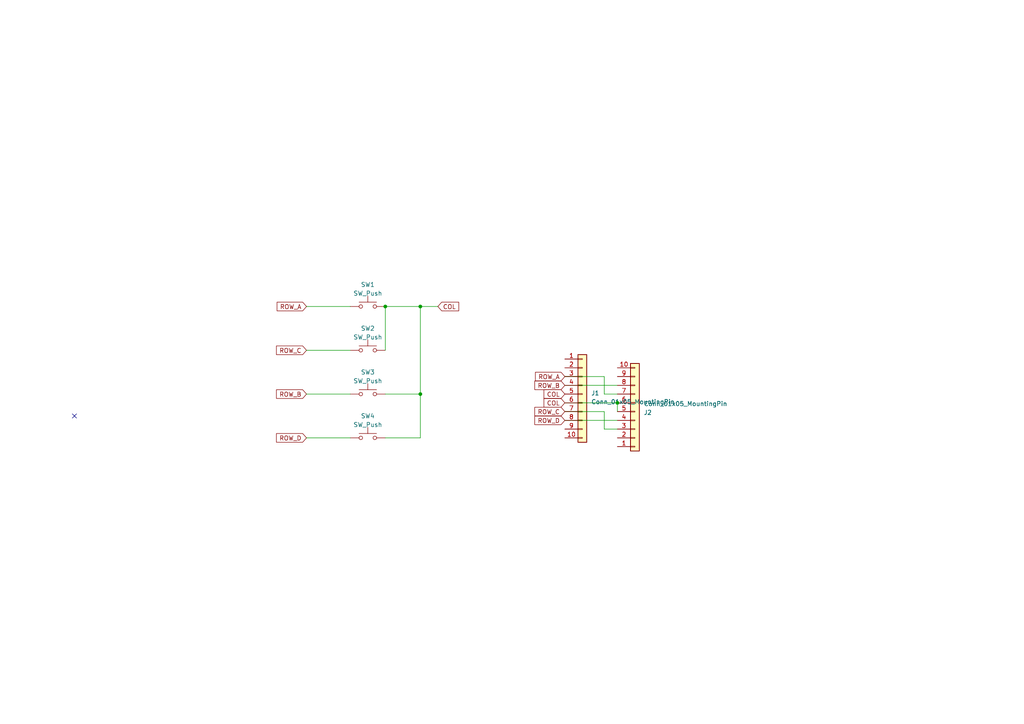
<source format=kicad_sch>
(kicad_sch (version 20230121) (generator eeschema)
  (paper "A4")
  (lib_symbols
    (symbol "Connector_Generic:Conn_01x10" (pin_names (offset 1.016) hide)
      (property "Reference" "J" (at 0 12.7 0))
      (property "Value" "Conn_01x10" (at 0 -15.24 0))
      (symbol "Conn_01x10_1_1"
        (rectangle (start -1.27 -12.573) (end 0 -12.827) (stroke (width 0.1524)))
        (rectangle (start -1.27 -10.033) (end 0 -10.287) (stroke (width 0.1524)))
        (rectangle (start -1.27 -7.493) (end 0 -7.747) (stroke (width 0.1524)))
        (rectangle (start -1.27 -4.953) (end 0 -5.207) (stroke (width 0.1524)))
        (rectangle (start -1.27 -2.413) (end 0 -2.667) (stroke (width 0.1524)))
        (rectangle (start -1.27 0.127) (end 0 -0.127) (stroke (width 0.1524)))
        (rectangle (start -1.27 2.667) (end 0 2.413) (stroke (width 0.1524)))
        (rectangle (start -1.27 5.207) (end 0 4.953) (stroke (width 0.1524)))
        (rectangle (start -1.27 7.747) (end 0 7.493) (stroke (width 0.1524)))
        (rectangle (start -1.27 10.287) (end 0 10.033) (stroke (width 0.1524)))
        (rectangle (start -1.27 11.43) (end 1.27 -13.97) (stroke (width 0.254)) (fill (type background)))
        (pin passive line (at -5.08 10.16 0) (length 3.81) (name "Pin_1") (number "1"))
        (pin passive line (at -5.08 -12.7 0) (length 3.81) (name "Pin_10") (number "10"))
        (pin passive line (at -5.08 7.62 0) (length 3.81) (name "Pin_2") (number "2"))
        (pin passive line (at -5.08 5.08 0) (length 3.81) (name "Pin_3") (number "3"))
        (pin passive line (at -5.08 2.54 0) (length 3.81) (name "Pin_4") (number "4"))
        (pin passive line (at -5.08 0 0) (length 3.81) (name "Pin_5") (number "5"))
        (pin passive line (at -5.08 -2.54 0) (length 3.81) (name "Pin_6") (number "6"))
        (pin passive line (at -5.08 -5.08 0) (length 3.81) (name "Pin_7") (number "7"))
        (pin passive line (at -5.08 -7.62 0) (length 3.81) (name "Pin_8") (number "8"))
        (pin passive line (at -5.08 -10.16 0) (length 3.81) (name "Pin_9") (number "9"))
      )
    )
    (symbol "Switch:SW_Push" (pin_numbers hide) (pin_names (offset 1.016) hide)
      (property "Reference" "SW" (at 1.27 2.54 0))
      (property "Value" "SW_Push" (at 0 -1.524 0))
      (symbol "SW_Push_0_1"
        (circle (center -2.032 0) (radius 0.508))
        (polyline (pts (xy 0 1.27) (xy 0 3.048)))
        (polyline (pts (xy 2.54 1.27) (xy -2.54 1.27)))
        (circle (center 2.032 0) (radius 0.508))
        (pin passive line (at -5.08 0 0) (length 2.54) (name "1") (number "1"))
        (pin passive line (at 5.08 0 180) (length 2.54) (name "2") (number "2"))
      )
    )
  )
  (junction (at 111.76 88.9))
  (junction (at 121.92 88.9))
  (junction (at 121.92 114.3))
  (junction (at 179.07 116.84))
  (no_connect (at 21.59 120.65))
  (wire (pts (xy 163.83 119.38) (xy 175.26 119.38)))
  (wire (pts (xy 175.26 124.46) (xy 179.07 124.46)))
  (wire (pts (xy 121.92 114.3) (xy 121.92 127)))
  (wire (pts (xy 88.9 88.9) (xy 101.6 88.9)))
  (wire (pts (xy 163.83 111.76) (xy 179.07 111.76)))
  (wire (pts (xy 163.83 121.92) (xy 179.07 121.92)))
  (wire (pts (xy 175.26 109.22) (xy 175.26 114.3)))
  (wire (pts (xy 121.92 88.9) (xy 121.92 114.3)))
  (wire (pts (xy 88.9 101.6) (xy 101.6 101.6)))
  (wire (pts (xy 111.76 127) (xy 121.92 127)))
  (wire (pts (xy 179.07 116.84) (xy 179.07 119.38)))
  (wire (pts (xy 163.83 116.84) (xy 179.07 116.84)))
  (wire (pts (xy 111.76 114.3) (xy 121.92 114.3)))
  (wire (pts (xy 88.9 114.3) (xy 101.6 114.3)))
  (wire (pts (xy 88.9 127) (xy 101.6 127)))
  (wire (pts (xy 163.83 109.22) (xy 175.26 109.22)))
  (wire (pts (xy 175.26 114.3) (xy 179.07 114.3)))
  (wire (pts (xy 175.26 119.38) (xy 175.26 124.46)))
  (wire (pts (xy 121.92 88.9) (xy 127 88.9)))
  (wire (pts (xy 111.76 88.9) (xy 121.92 88.9)))
  (wire (pts (xy 111.76 88.9) (xy 111.76 101.6)))
  (global_label "ROW_D" (shape input) (at 163.83 121.92 180) (property "Intersheetrefs" "${INTERSHEET_REFS}" (effects hide)))
  (global_label "ROW_C" (shape input) (at 88.9 101.6 180) (property "Intersheetrefs" "${INTERSHEET_REFS}" (effects hide)))
  (global_label "COL" (shape input) (at 163.83 116.84 180) (property "Intersheetrefs" "${INTERSHEET_REFS}" (effects hide)))
  (global_label "ROW_A" (shape input) (at 88.9 88.9 180) (property "Intersheetrefs" "${INTERSHEET_REFS}" (effects hide)))
  (global_label "ROW_C" (shape input) (at 163.83 119.38 180) (property "Intersheetrefs" "${INTERSHEET_REFS}" (effects hide)))
  (global_label "COL" (shape input) (at 163.83 114.3 180) (property "Intersheetrefs" "${INTERSHEET_REFS}" (effects hide)))
  (global_label "ROW_B" (shape input) (at 88.9 114.3 180) (property "Intersheetrefs" "${INTERSHEET_REFS}" (effects hide)))
  (global_label "COL" (shape input) (at 127 88.9 0) (property "Intersheetrefs" "${INTERSHEET_REFS}" (effects hide)))
  (global_label "ROW_B" (shape input) (at 163.83 111.76 180) (property "Intersheetrefs" "${INTERSHEET_REFS}" (effects hide)))
  (global_label "ROW_D" (shape input) (at 88.9 127 180) (property "Intersheetrefs" "${INTERSHEET_REFS}" (effects hide)))
  (global_label "ROW_A" (shape input) (at 163.83 109.22 180) (property "Intersheetrefs" "${INTERSHEET_REFS}" (effects hide)))
  (symbol (lib_id "Switch:SW_Push") (at 106.68 127 0) (unit 1)
    (property "Reference" "SW4" (at 106.68 120.65 0))
    (property "Value" "SW_Push" (at 106.68 123.19 0))
    (property "Footprint" "keyswitches:SW_PG1350_reversible" (effects hide))
  )
  (symbol (lib_id "Connector_Generic:Conn_01x10") (at 184.15 119.38 0) (mirror x) (unit 1)
    (property "Reference" "J2" (at 186.69 119.6594 0) (effects (justify left)))
    (property "Value" "Conn_01x05_MountingPin" (at 186.69 117.1194 0) (effects (justify left)))
    (property "Footprint" "Custom:GCT_FFC2A33-10-T-R_REVA_Clipped2" (effects hide))
  )
  (symbol (lib_id "Switch:SW_Push") (at 106.68 114.3 0) (mirror y) (unit 1)
    (property "Reference" "SW3" (at 106.68 107.95 0))
    (property "Value" "SW_Push" (at 106.68 110.49 0))
    (property "Footprint" "keyswitches:SW_PG1350_reversible" (effects hide))
  )
  (symbol (lib_id "Connector_Generic:Conn_01x10") (at 168.91 114.3 0) (unit 1)
    (property "Reference" "J1" (at 171.45 114.0206 0) (effects (justify left)))
    (property "Value" "Conn_01x05_MountingPin" (at 171.45 116.5606 0) (effects (justify left)))
    (property "Footprint" "Custom:GCT_FFC2A33-10-T-R_REVA_Clipped1" (effects hide))
  )
  (symbol (lib_id "Switch:SW_Push") (at 106.68 88.9 0) (mirror y) (unit 1)
    (property "Reference" "SW1" (at 106.68 82.55 0))
    (property "Value" "SW_Push" (at 106.68 85.09 0))
    (property "Footprint" "keyswitches:SW_PG1350_reversible" (effects hide))
  )
  (symbol (lib_id "Switch:SW_Push") (at 106.68 101.6 0) (mirror y) (unit 1)
    (property "Reference" "SW2" (at 106.68 95.25 0))
    (property "Value" "SW_Push" (at 106.68 97.79 0))
    (property "Footprint" "keyswitches:SW_PG1350_reversible_MissingCorner" (effects hide))
  )
)
</source>
